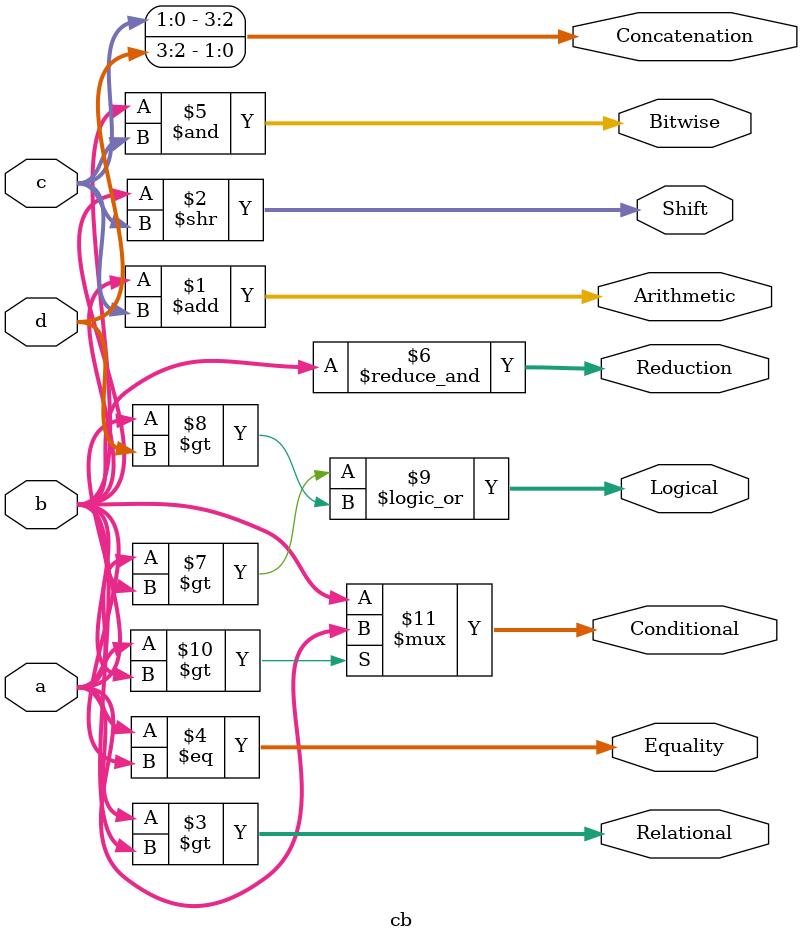
<source format=v>
module cb(
  input [3:0] a, b, c, d,
  output [3:0] Arithmetic, Shift, Relational, Equality, Bitwise, Reduction, Logical, Concatenation, Conditional
);

  assign Arithmetic = b + c;
  assign Shift = b >> c;    // shift right b by c bits
  assign Relational = a > b;
  assign Equality = a == b;
  assign Bitwise = b & c;   // bitwise AND for all bits in b and c
  assign Reduction = &b;  // bitwise OR between all bits in b
  assign Logical = (a > b) || (a > d);
  assign Concatenation = {c[1:0], d[3:2]};
  assign Conditional = (a > b) ? a : b;

endmodule
</source>
